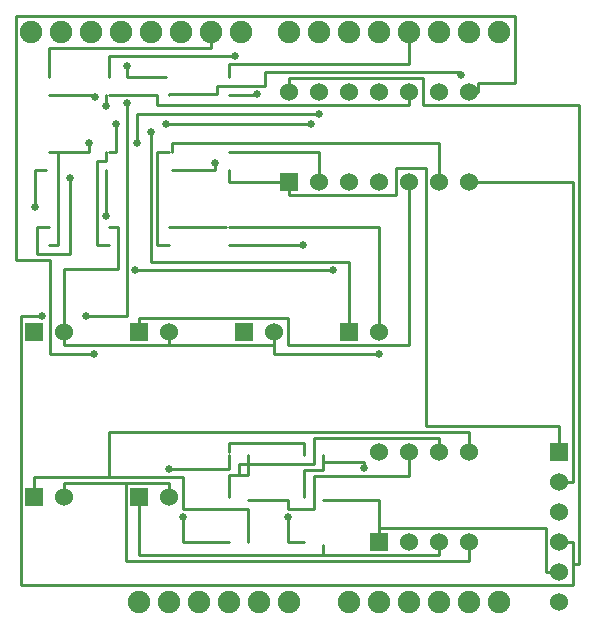
<source format=gbr>
G04 start of page 4 for group 3 idx 3 *
G04 Title: (unknown), top *
G04 Creator: pcb 20091103 *
G04 CreationDate: Wed 09 Mar 2011 02:16:16 PM GMT UTC *
G04 For: jlamothe *
G04 Format: Gerber/RS-274X *
G04 PCB-Dimensions: 200000 210000 *
G04 PCB-Coordinate-Origin: lower left *
%MOIN*%
%FSLAX25Y25*%
%LNGROUP3*%
%ADD11C,0.0200*%
%ADD12C,0.0600*%
%ADD13C,0.0750*%
%ADD14C,0.0250*%
%ADD16C,0.0300*%
%ADD17C,0.0280*%
%ADD18C,0.0380*%
%ADD19C,0.0150*%
%ADD20C,0.0100*%
G54D20*X185000Y68503D02*Y59999D01*
X189500Y150000D02*Y49999D01*
X191501Y175500D02*Y22749D01*
X191502Y22750D02*X189500D01*
Y30000D02*Y15499D01*
X185001Y20000D02*X180499D01*
Y34501D02*Y19999D01*
X140499Y154501D02*Y68502D01*
X189501Y150000D02*X155000D01*
X158000Y180000D02*X155000D01*
X157999Y183001D02*Y179999D01*
X170251Y183001D02*X157999D01*
X191502Y175500D02*X139500D01*
X189501Y50000D02*X185000D01*
X135001Y51998D02*X103099D01*
X189501Y30000D02*X185000D01*
X180500Y34501D02*X125000D01*
X145000Y30000D02*Y25499D01*
X145001Y25500D02*X106100D01*
Y29000D02*Y25499D01*
X155000Y30000D02*Y23498D01*
X185001Y68503D02*X140499D01*
X155000Y66502D02*Y59999D01*
X145000Y64501D02*Y59999D01*
X135000Y60000D02*Y51997D01*
X106100Y59000D02*Y53998D01*
X119750Y56499D02*Y54747D01*
X119751Y56499D02*X106100D01*
X145001Y64501D02*X103099D01*
X105000Y152999D02*Y149999D01*
X105002Y152999D02*X105000D01*
X105001Y160000D02*Y152998D01*
X135000Y150000D02*Y95499D01*
X145000Y163001D02*Y149999D01*
X115000Y123400D02*Y99999D01*
X125000Y135000D02*Y99999D01*
X189501Y15500D02*X5499D01*
X125551Y25500D02*X45000D01*
X155001Y23499D02*X40499D01*
X15251Y123899D02*Y92748D01*
X30003Y92749D02*X15251D01*
X5499Y105250D02*Y15499D01*
X10000Y51502D02*Y44999D01*
X20000Y100000D02*Y95499D01*
Y120898D02*Y99999D01*
X45000Y45000D02*Y25499D01*
X59501Y51502D02*X10000D01*
X59500D02*Y40999D01*
X81101Y41000D02*X59500D01*
X90000Y100000D02*Y95499D01*
X90001Y95500D02*X55000D01*
X55001D02*X20000D01*
X55000Y100000D02*Y95499D01*
X90000Y100000D02*Y92748D01*
X155001Y66502D02*X34750D01*
Y51501D01*
X20000Y49501D02*Y44999D01*
X55001Y49501D02*X20000D01*
X100001Y63001D02*X75000D01*
Y59999D01*
X75001Y54252D02*X55000D01*
X75000Y59000D02*Y54251D01*
X55000Y49501D02*Y44999D01*
X40499Y49501D02*Y23498D01*
X55001Y49501D02*X40499D01*
X55000D02*Y47249D01*
X125001Y92749D02*X90000D01*
X170250Y205251D02*Y183000D01*
X152251Y186502D02*Y185750D01*
X152252Y186502D02*X86999D01*
Y181999D01*
X87000Y182000D02*X70999D01*
Y179148D01*
X135000Y180000D02*Y175499D01*
X170251Y205251D02*X3749D01*
X140500Y154501D02*X130499D01*
Y145499D01*
X139500Y184501D02*Y175499D01*
X95000Y184501D02*Y179999D01*
X139501Y184501D02*X95000D01*
X135000Y200000D02*Y189247D01*
X135001Y189248D02*X75000D01*
Y184999D01*
X69000Y200000D02*Y194749D01*
X40753Y105250D02*X27251D01*
X109501Y120649D02*X43503D01*
X125001Y135000D02*X75000D01*
X55000D02*Y134998D01*
X74001Y134999D02*X55000D01*
X74000Y135000D02*Y134998D01*
X40752Y176147D02*Y105249D01*
Y188750D02*Y184999D01*
X35000Y191999D02*Y184999D01*
X69001Y194750D02*X15000D01*
Y184999D01*
X54001Y185000D02*X40752D01*
X76997Y191999D02*X35000D01*
X71000Y179149D02*X55000D01*
X45000Y104501D02*Y99999D01*
X55001Y128900D02*X50999D01*
Y160000D02*Y128899D01*
X94501Y104501D02*X45000D01*
X135001Y175500D02*X50999D01*
X55001Y160000D02*X50999D01*
X56000Y163001D02*Y159999D01*
X145001Y163001D02*X56000D01*
X55000Y179149D02*Y178899D01*
X50999Y178898D02*Y175499D01*
X51000Y178898D02*X35000D01*
Y178900D02*Y178897D01*
X33751Y178900D02*Y175149D01*
X34001Y178900D02*X33751D01*
X125000Y44000D02*Y29999D01*
X125001Y44000D02*X106100D01*
X125000Y34501D02*Y29999D01*
X84249Y179249D02*Y178899D01*
X84250Y178900D02*X75000D01*
X105002Y160000D02*X75000D01*
X94499Y44000D02*X81100D01*
X99501Y128900D02*X75000D01*
X94500Y104501D02*Y95499D01*
X81100Y59000D02*Y52250D01*
X81101Y52251D02*X75000D01*
Y44999D01*
X135001Y95500D02*X94500D01*
X103099Y51998D02*Y40999D01*
X103100Y41000D02*X94498D01*
Y44000D02*Y40999D01*
X94500Y38249D02*Y29999D01*
X100001Y30000D02*X94500D01*
X59501Y38249D02*Y29999D01*
X75001Y30000D02*X59501D01*
X81100Y41000D02*Y29999D01*
X103100Y56000D02*X78050D01*
Y52250D01*
X106101Y53999D02*X100000D01*
Y44999D01*
X103099Y64501D02*Y55999D01*
X100000Y63001D02*Y58999D01*
X95001Y150000D02*X75000D01*
Y153900D02*Y149999D01*
X130500Y145500D02*X95000D01*
Y150000D02*Y145499D01*
X35001Y128900D02*X30999D01*
X115001Y123400D02*X48998D01*
X102251Y169248D02*X54000D01*
X105001Y172749D02*X44251D01*
X38002Y135000D02*X35000D01*
X70250Y156250D02*Y153899D01*
X70251Y153900D02*X56000D01*
X12501Y105250D02*X5499D01*
X10250Y153900D02*Y141499D01*
X14001Y153900D02*X10250D01*
X18002Y128900D02*X15000D01*
X18001Y160000D02*Y128899D01*
X18002Y160000D02*X15000D01*
X37253D02*X35000D01*
X48998Y166500D02*Y123399D01*
X44251Y172749D02*Y162999D01*
X38001Y135000D02*Y120897D01*
X38002Y120898D02*X20000D01*
X3749Y205251D02*Y123898D01*
X15252Y123899D02*X3749D01*
X15001Y135000D02*X10999D01*
Y125899D01*
X21752Y125900D02*X10999D01*
X54000Y169250D02*Y169247D01*
X37252Y169251D02*Y159999D01*
X30250Y178900D02*Y178147D01*
X30251Y178900D02*X15000D01*
X28249Y163000D02*Y159999D01*
X33750Y153900D02*Y138749D01*
X34001Y153900D02*X33750D01*
X30999Y156901D02*Y128899D01*
X34001Y156901D02*X30999D01*
X34000Y160000D02*Y156900D01*
X28250Y160000D02*X16501D01*
X21751Y151251D02*Y125899D01*
G54D11*G36*
X112000Y103000D02*Y97000D01*
X118000D01*
Y103000D01*
X112000D01*
G37*
G36*
X92000Y153000D02*Y147000D01*
X98000D01*
Y153000D01*
X92000D01*
G37*
G54D12*X105000Y150000D03*
X115000D03*
X125000Y100000D03*
Y60000D03*
G54D11*G36*
X7000Y48000D02*Y42000D01*
X13000D01*
Y48000D01*
X7000D01*
G37*
G54D12*X20000Y45000D03*
G54D11*G36*
X42000Y48000D02*Y42000D01*
X48000D01*
Y48000D01*
X42000D01*
G37*
G54D12*X55000Y45000D03*
G54D11*G36*
X42000Y103000D02*Y97000D01*
X48000D01*
Y103000D01*
X42000D01*
G37*
G54D12*X55000Y100000D03*
G54D11*G36*
X7000Y103000D02*Y97000D01*
X13000D01*
Y103000D01*
X7000D01*
G37*
G54D12*X20000Y100000D03*
G54D11*G36*
X77000Y103000D02*Y97000D01*
X83000D01*
Y103000D01*
X77000D01*
G37*
G54D12*X90000Y100000D03*
X155000Y30000D03*
Y60000D03*
X145000D03*
X135000D03*
G54D11*G36*
X122000Y33000D02*Y27000D01*
X128000D01*
Y33000D01*
X122000D01*
G37*
G54D12*X135000Y30000D03*
X145000D03*
G54D11*G36*
X182000Y63000D02*Y57000D01*
X188000D01*
Y63000D01*
X182000D01*
G37*
G54D12*X185000Y50000D03*
Y40000D03*
Y30000D03*
Y20000D03*
Y10000D03*
G54D13*X165000D03*
X155000D03*
X145000D03*
X135000D03*
X125000D03*
X115000D03*
X95000D03*
X85000D03*
X75000D03*
X65000D03*
X55000D03*
X45000D03*
G54D12*X125000Y150000D03*
X135000D03*
X145000D03*
X155000D03*
Y180000D03*
X145000D03*
X135000D03*
G54D13*X165000Y200000D03*
X155000D03*
X145000D03*
G54D12*X125000Y180000D03*
X115000D03*
X105000D03*
X95000D03*
G54D13*X135000Y200000D03*
X125000D03*
X115000D03*
X105000D03*
X95000D03*
X79000D03*
X69000D03*
X59000D03*
X49000D03*
X39000D03*
X29000D03*
X19000D03*
X9000D03*
G54D14*X125000Y92749D03*
X55000Y54252D03*
X119750Y54748D03*
X152251Y185751D03*
X105000Y172749D03*
X102250Y169248D03*
X99500Y128900D03*
X109500Y120649D03*
X84249Y179249D03*
X76996Y191999D03*
X70250Y156250D03*
X59501Y38249D03*
X94500D03*
X21751Y151251D03*
X28249Y163000D03*
X37252Y169251D03*
X10250Y141500D03*
X33750Y138750D03*
X30250Y178148D03*
X30002Y92749D03*
X44251Y163000D03*
X48998Y166500D03*
X54000Y169250D03*
X33751Y175150D03*
X40752Y176147D03*
X43503Y120649D03*
X27251Y105250D03*
X12500D03*
X40752Y188750D03*
G54D16*G54D17*G54D16*G54D17*G54D16*G54D17*G54D18*G54D16*G54D17*G54D16*G54D17*G54D16*G54D19*M02*

</source>
